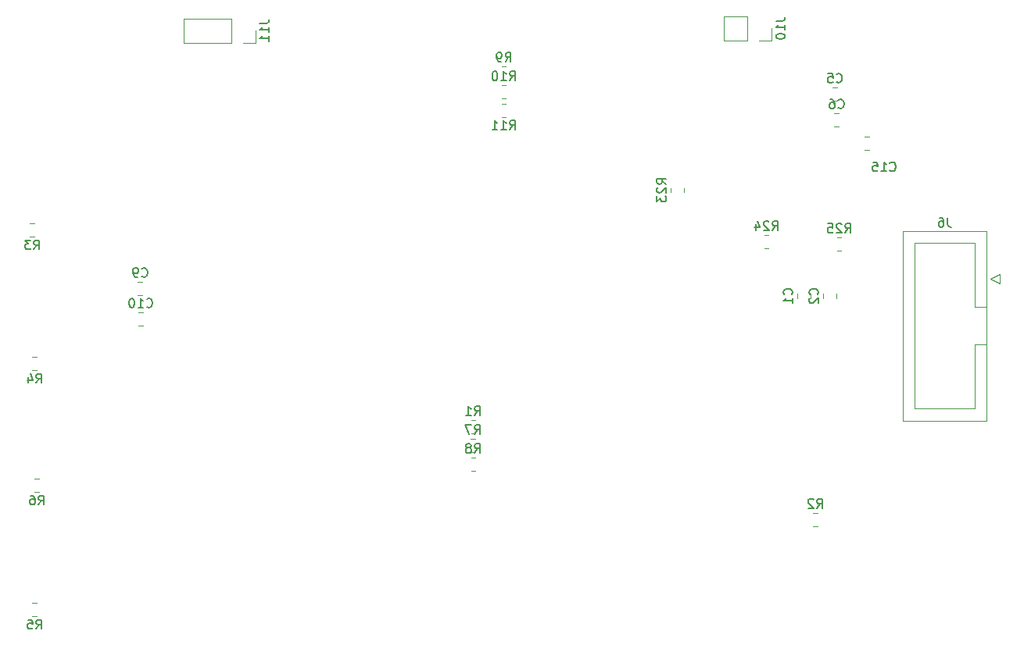
<source format=gbr>
%TF.GenerationSoftware,KiCad,Pcbnew,8.0.2*%
%TF.CreationDate,2025-02-26T22:38:59-05:00*%
%TF.ProjectId,MainPCB,4d61696e-5043-4422-9e6b-696361645f70,rev?*%
%TF.SameCoordinates,Original*%
%TF.FileFunction,Legend,Bot*%
%TF.FilePolarity,Positive*%
%FSLAX46Y46*%
G04 Gerber Fmt 4.6, Leading zero omitted, Abs format (unit mm)*
G04 Created by KiCad (PCBNEW 8.0.2) date 2025-02-26 22:38:59*
%MOMM*%
%LPD*%
G01*
G04 APERTURE LIST*
%ADD10C,0.150000*%
%ADD11C,0.120000*%
G04 APERTURE END LIST*
D10*
X137310857Y-89990819D02*
X137644190Y-89514628D01*
X137882285Y-89990819D02*
X137882285Y-88990819D01*
X137882285Y-88990819D02*
X137501333Y-88990819D01*
X137501333Y-88990819D02*
X137406095Y-89038438D01*
X137406095Y-89038438D02*
X137358476Y-89086057D01*
X137358476Y-89086057D02*
X137310857Y-89181295D01*
X137310857Y-89181295D02*
X137310857Y-89324152D01*
X137310857Y-89324152D02*
X137358476Y-89419390D01*
X137358476Y-89419390D02*
X137406095Y-89467009D01*
X137406095Y-89467009D02*
X137501333Y-89514628D01*
X137501333Y-89514628D02*
X137882285Y-89514628D01*
X136929904Y-89086057D02*
X136882285Y-89038438D01*
X136882285Y-89038438D02*
X136787047Y-88990819D01*
X136787047Y-88990819D02*
X136548952Y-88990819D01*
X136548952Y-88990819D02*
X136453714Y-89038438D01*
X136453714Y-89038438D02*
X136406095Y-89086057D01*
X136406095Y-89086057D02*
X136358476Y-89181295D01*
X136358476Y-89181295D02*
X136358476Y-89276533D01*
X136358476Y-89276533D02*
X136406095Y-89419390D01*
X136406095Y-89419390D02*
X136977523Y-89990819D01*
X136977523Y-89990819D02*
X136358476Y-89990819D01*
X135453714Y-88990819D02*
X135929904Y-88990819D01*
X135929904Y-88990819D02*
X135977523Y-89467009D01*
X135977523Y-89467009D02*
X135929904Y-89419390D01*
X135929904Y-89419390D02*
X135834666Y-89371771D01*
X135834666Y-89371771D02*
X135596571Y-89371771D01*
X135596571Y-89371771D02*
X135501333Y-89419390D01*
X135501333Y-89419390D02*
X135453714Y-89467009D01*
X135453714Y-89467009D02*
X135406095Y-89562247D01*
X135406095Y-89562247D02*
X135406095Y-89800342D01*
X135406095Y-89800342D02*
X135453714Y-89895580D01*
X135453714Y-89895580D02*
X135501333Y-89943200D01*
X135501333Y-89943200D02*
X135596571Y-89990819D01*
X135596571Y-89990819D02*
X135834666Y-89990819D01*
X135834666Y-89990819D02*
X135929904Y-89943200D01*
X135929904Y-89943200D02*
X135977523Y-89895580D01*
X129420857Y-89736819D02*
X129754190Y-89260628D01*
X129992285Y-89736819D02*
X129992285Y-88736819D01*
X129992285Y-88736819D02*
X129611333Y-88736819D01*
X129611333Y-88736819D02*
X129516095Y-88784438D01*
X129516095Y-88784438D02*
X129468476Y-88832057D01*
X129468476Y-88832057D02*
X129420857Y-88927295D01*
X129420857Y-88927295D02*
X129420857Y-89070152D01*
X129420857Y-89070152D02*
X129468476Y-89165390D01*
X129468476Y-89165390D02*
X129516095Y-89213009D01*
X129516095Y-89213009D02*
X129611333Y-89260628D01*
X129611333Y-89260628D02*
X129992285Y-89260628D01*
X129039904Y-88832057D02*
X128992285Y-88784438D01*
X128992285Y-88784438D02*
X128897047Y-88736819D01*
X128897047Y-88736819D02*
X128658952Y-88736819D01*
X128658952Y-88736819D02*
X128563714Y-88784438D01*
X128563714Y-88784438D02*
X128516095Y-88832057D01*
X128516095Y-88832057D02*
X128468476Y-88927295D01*
X128468476Y-88927295D02*
X128468476Y-89022533D01*
X128468476Y-89022533D02*
X128516095Y-89165390D01*
X128516095Y-89165390D02*
X129087523Y-89736819D01*
X129087523Y-89736819D02*
X128468476Y-89736819D01*
X127611333Y-89070152D02*
X127611333Y-89736819D01*
X127849428Y-88689200D02*
X128087523Y-89403485D01*
X128087523Y-89403485D02*
X127468476Y-89403485D01*
X117930819Y-84701142D02*
X117454628Y-84367809D01*
X117930819Y-84129714D02*
X116930819Y-84129714D01*
X116930819Y-84129714D02*
X116930819Y-84510666D01*
X116930819Y-84510666D02*
X116978438Y-84605904D01*
X116978438Y-84605904D02*
X117026057Y-84653523D01*
X117026057Y-84653523D02*
X117121295Y-84701142D01*
X117121295Y-84701142D02*
X117264152Y-84701142D01*
X117264152Y-84701142D02*
X117359390Y-84653523D01*
X117359390Y-84653523D02*
X117407009Y-84605904D01*
X117407009Y-84605904D02*
X117454628Y-84510666D01*
X117454628Y-84510666D02*
X117454628Y-84129714D01*
X117026057Y-85082095D02*
X116978438Y-85129714D01*
X116978438Y-85129714D02*
X116930819Y-85224952D01*
X116930819Y-85224952D02*
X116930819Y-85463047D01*
X116930819Y-85463047D02*
X116978438Y-85558285D01*
X116978438Y-85558285D02*
X117026057Y-85605904D01*
X117026057Y-85605904D02*
X117121295Y-85653523D01*
X117121295Y-85653523D02*
X117216533Y-85653523D01*
X117216533Y-85653523D02*
X117359390Y-85605904D01*
X117359390Y-85605904D02*
X117930819Y-85034476D01*
X117930819Y-85034476D02*
X117930819Y-85653523D01*
X116930819Y-85986857D02*
X116930819Y-86605904D01*
X116930819Y-86605904D02*
X117311771Y-86272571D01*
X117311771Y-86272571D02*
X117311771Y-86415428D01*
X117311771Y-86415428D02*
X117359390Y-86510666D01*
X117359390Y-86510666D02*
X117407009Y-86558285D01*
X117407009Y-86558285D02*
X117502247Y-86605904D01*
X117502247Y-86605904D02*
X117740342Y-86605904D01*
X117740342Y-86605904D02*
X117835580Y-86558285D01*
X117835580Y-86558285D02*
X117883200Y-86510666D01*
X117883200Y-86510666D02*
X117930819Y-86415428D01*
X117930819Y-86415428D02*
X117930819Y-86129714D01*
X117930819Y-86129714D02*
X117883200Y-86034476D01*
X117883200Y-86034476D02*
X117835580Y-85986857D01*
X142164857Y-83238580D02*
X142212476Y-83286200D01*
X142212476Y-83286200D02*
X142355333Y-83333819D01*
X142355333Y-83333819D02*
X142450571Y-83333819D01*
X142450571Y-83333819D02*
X142593428Y-83286200D01*
X142593428Y-83286200D02*
X142688666Y-83190961D01*
X142688666Y-83190961D02*
X142736285Y-83095723D01*
X142736285Y-83095723D02*
X142783904Y-82905247D01*
X142783904Y-82905247D02*
X142783904Y-82762390D01*
X142783904Y-82762390D02*
X142736285Y-82571914D01*
X142736285Y-82571914D02*
X142688666Y-82476676D01*
X142688666Y-82476676D02*
X142593428Y-82381438D01*
X142593428Y-82381438D02*
X142450571Y-82333819D01*
X142450571Y-82333819D02*
X142355333Y-82333819D01*
X142355333Y-82333819D02*
X142212476Y-82381438D01*
X142212476Y-82381438D02*
X142164857Y-82429057D01*
X141212476Y-83333819D02*
X141783904Y-83333819D01*
X141498190Y-83333819D02*
X141498190Y-82333819D01*
X141498190Y-82333819D02*
X141593428Y-82476676D01*
X141593428Y-82476676D02*
X141688666Y-82571914D01*
X141688666Y-82571914D02*
X141783904Y-82619533D01*
X140307714Y-82333819D02*
X140783904Y-82333819D01*
X140783904Y-82333819D02*
X140831523Y-82810009D01*
X140831523Y-82810009D02*
X140783904Y-82762390D01*
X140783904Y-82762390D02*
X140688666Y-82714771D01*
X140688666Y-82714771D02*
X140450571Y-82714771D01*
X140450571Y-82714771D02*
X140355333Y-82762390D01*
X140355333Y-82762390D02*
X140307714Y-82810009D01*
X140307714Y-82810009D02*
X140260095Y-82905247D01*
X140260095Y-82905247D02*
X140260095Y-83143342D01*
X140260095Y-83143342D02*
X140307714Y-83238580D01*
X140307714Y-83238580D02*
X140355333Y-83286200D01*
X140355333Y-83286200D02*
X140450571Y-83333819D01*
X140450571Y-83333819D02*
X140688666Y-83333819D01*
X140688666Y-83333819D02*
X140783904Y-83286200D01*
X140783904Y-83286200D02*
X140831523Y-83238580D01*
X134257166Y-119844819D02*
X134590499Y-119368628D01*
X134828594Y-119844819D02*
X134828594Y-118844819D01*
X134828594Y-118844819D02*
X134447642Y-118844819D01*
X134447642Y-118844819D02*
X134352404Y-118892438D01*
X134352404Y-118892438D02*
X134304785Y-118940057D01*
X134304785Y-118940057D02*
X134257166Y-119035295D01*
X134257166Y-119035295D02*
X134257166Y-119178152D01*
X134257166Y-119178152D02*
X134304785Y-119273390D01*
X134304785Y-119273390D02*
X134352404Y-119321009D01*
X134352404Y-119321009D02*
X134447642Y-119368628D01*
X134447642Y-119368628D02*
X134828594Y-119368628D01*
X133876213Y-118940057D02*
X133828594Y-118892438D01*
X133828594Y-118892438D02*
X133733356Y-118844819D01*
X133733356Y-118844819D02*
X133495261Y-118844819D01*
X133495261Y-118844819D02*
X133400023Y-118892438D01*
X133400023Y-118892438D02*
X133352404Y-118940057D01*
X133352404Y-118940057D02*
X133304785Y-119035295D01*
X133304785Y-119035295D02*
X133304785Y-119130533D01*
X133304785Y-119130533D02*
X133352404Y-119273390D01*
X133352404Y-119273390D02*
X133923832Y-119844819D01*
X133923832Y-119844819D02*
X133304785Y-119844819D01*
X100988857Y-78812819D02*
X101322190Y-78336628D01*
X101560285Y-78812819D02*
X101560285Y-77812819D01*
X101560285Y-77812819D02*
X101179333Y-77812819D01*
X101179333Y-77812819D02*
X101084095Y-77860438D01*
X101084095Y-77860438D02*
X101036476Y-77908057D01*
X101036476Y-77908057D02*
X100988857Y-78003295D01*
X100988857Y-78003295D02*
X100988857Y-78146152D01*
X100988857Y-78146152D02*
X101036476Y-78241390D01*
X101036476Y-78241390D02*
X101084095Y-78289009D01*
X101084095Y-78289009D02*
X101179333Y-78336628D01*
X101179333Y-78336628D02*
X101560285Y-78336628D01*
X100036476Y-78812819D02*
X100607904Y-78812819D01*
X100322190Y-78812819D02*
X100322190Y-77812819D01*
X100322190Y-77812819D02*
X100417428Y-77955676D01*
X100417428Y-77955676D02*
X100512666Y-78050914D01*
X100512666Y-78050914D02*
X100607904Y-78098533D01*
X99084095Y-78812819D02*
X99655523Y-78812819D01*
X99369809Y-78812819D02*
X99369809Y-77812819D01*
X99369809Y-77812819D02*
X99465047Y-77955676D01*
X99465047Y-77955676D02*
X99560285Y-78050914D01*
X99560285Y-78050914D02*
X99655523Y-78098533D01*
X49442666Y-91796819D02*
X49775999Y-91320628D01*
X50014094Y-91796819D02*
X50014094Y-90796819D01*
X50014094Y-90796819D02*
X49633142Y-90796819D01*
X49633142Y-90796819D02*
X49537904Y-90844438D01*
X49537904Y-90844438D02*
X49490285Y-90892057D01*
X49490285Y-90892057D02*
X49442666Y-90987295D01*
X49442666Y-90987295D02*
X49442666Y-91130152D01*
X49442666Y-91130152D02*
X49490285Y-91225390D01*
X49490285Y-91225390D02*
X49537904Y-91273009D01*
X49537904Y-91273009D02*
X49633142Y-91320628D01*
X49633142Y-91320628D02*
X50014094Y-91320628D01*
X49109332Y-90796819D02*
X48490285Y-90796819D01*
X48490285Y-90796819D02*
X48823618Y-91177771D01*
X48823618Y-91177771D02*
X48680761Y-91177771D01*
X48680761Y-91177771D02*
X48585523Y-91225390D01*
X48585523Y-91225390D02*
X48537904Y-91273009D01*
X48537904Y-91273009D02*
X48490285Y-91368247D01*
X48490285Y-91368247D02*
X48490285Y-91606342D01*
X48490285Y-91606342D02*
X48537904Y-91701580D01*
X48537904Y-91701580D02*
X48585523Y-91749200D01*
X48585523Y-91749200D02*
X48680761Y-91796819D01*
X48680761Y-91796819D02*
X48966475Y-91796819D01*
X48966475Y-91796819D02*
X49061713Y-91749200D01*
X49061713Y-91749200D02*
X49109332Y-91701580D01*
X97162666Y-111834819D02*
X97495999Y-111358628D01*
X97734094Y-111834819D02*
X97734094Y-110834819D01*
X97734094Y-110834819D02*
X97353142Y-110834819D01*
X97353142Y-110834819D02*
X97257904Y-110882438D01*
X97257904Y-110882438D02*
X97210285Y-110930057D01*
X97210285Y-110930057D02*
X97162666Y-111025295D01*
X97162666Y-111025295D02*
X97162666Y-111168152D01*
X97162666Y-111168152D02*
X97210285Y-111263390D01*
X97210285Y-111263390D02*
X97257904Y-111311009D01*
X97257904Y-111311009D02*
X97353142Y-111358628D01*
X97353142Y-111358628D02*
X97734094Y-111358628D01*
X96829332Y-110834819D02*
X96162666Y-110834819D01*
X96162666Y-110834819D02*
X96591237Y-111834819D01*
X61126666Y-94691580D02*
X61174285Y-94739200D01*
X61174285Y-94739200D02*
X61317142Y-94786819D01*
X61317142Y-94786819D02*
X61412380Y-94786819D01*
X61412380Y-94786819D02*
X61555237Y-94739200D01*
X61555237Y-94739200D02*
X61650475Y-94643961D01*
X61650475Y-94643961D02*
X61698094Y-94548723D01*
X61698094Y-94548723D02*
X61745713Y-94358247D01*
X61745713Y-94358247D02*
X61745713Y-94215390D01*
X61745713Y-94215390D02*
X61698094Y-94024914D01*
X61698094Y-94024914D02*
X61650475Y-93929676D01*
X61650475Y-93929676D02*
X61555237Y-93834438D01*
X61555237Y-93834438D02*
X61412380Y-93786819D01*
X61412380Y-93786819D02*
X61317142Y-93786819D01*
X61317142Y-93786819D02*
X61174285Y-93834438D01*
X61174285Y-93834438D02*
X61126666Y-93882057D01*
X60650475Y-94786819D02*
X60459999Y-94786819D01*
X60459999Y-94786819D02*
X60364761Y-94739200D01*
X60364761Y-94739200D02*
X60317142Y-94691580D01*
X60317142Y-94691580D02*
X60221904Y-94548723D01*
X60221904Y-94548723D02*
X60174285Y-94358247D01*
X60174285Y-94358247D02*
X60174285Y-93977295D01*
X60174285Y-93977295D02*
X60221904Y-93882057D01*
X60221904Y-93882057D02*
X60269523Y-93834438D01*
X60269523Y-93834438D02*
X60364761Y-93786819D01*
X60364761Y-93786819D02*
X60555237Y-93786819D01*
X60555237Y-93786819D02*
X60650475Y-93834438D01*
X60650475Y-93834438D02*
X60698094Y-93882057D01*
X60698094Y-93882057D02*
X60745713Y-93977295D01*
X60745713Y-93977295D02*
X60745713Y-94215390D01*
X60745713Y-94215390D02*
X60698094Y-94310628D01*
X60698094Y-94310628D02*
X60650475Y-94358247D01*
X60650475Y-94358247D02*
X60555237Y-94405866D01*
X60555237Y-94405866D02*
X60364761Y-94405866D01*
X60364761Y-94405866D02*
X60269523Y-94358247D01*
X60269523Y-94358247D02*
X60221904Y-94310628D01*
X60221904Y-94310628D02*
X60174285Y-94215390D01*
X136564666Y-76403580D02*
X136612285Y-76451200D01*
X136612285Y-76451200D02*
X136755142Y-76498819D01*
X136755142Y-76498819D02*
X136850380Y-76498819D01*
X136850380Y-76498819D02*
X136993237Y-76451200D01*
X136993237Y-76451200D02*
X137088475Y-76355961D01*
X137088475Y-76355961D02*
X137136094Y-76260723D01*
X137136094Y-76260723D02*
X137183713Y-76070247D01*
X137183713Y-76070247D02*
X137183713Y-75927390D01*
X137183713Y-75927390D02*
X137136094Y-75736914D01*
X137136094Y-75736914D02*
X137088475Y-75641676D01*
X137088475Y-75641676D02*
X136993237Y-75546438D01*
X136993237Y-75546438D02*
X136850380Y-75498819D01*
X136850380Y-75498819D02*
X136755142Y-75498819D01*
X136755142Y-75498819D02*
X136612285Y-75546438D01*
X136612285Y-75546438D02*
X136564666Y-75594057D01*
X135707523Y-75498819D02*
X135897999Y-75498819D01*
X135897999Y-75498819D02*
X135993237Y-75546438D01*
X135993237Y-75546438D02*
X136040856Y-75594057D01*
X136040856Y-75594057D02*
X136136094Y-75736914D01*
X136136094Y-75736914D02*
X136183713Y-75927390D01*
X136183713Y-75927390D02*
X136183713Y-76308342D01*
X136183713Y-76308342D02*
X136136094Y-76403580D01*
X136136094Y-76403580D02*
X136088475Y-76451200D01*
X136088475Y-76451200D02*
X135993237Y-76498819D01*
X135993237Y-76498819D02*
X135802761Y-76498819D01*
X135802761Y-76498819D02*
X135707523Y-76451200D01*
X135707523Y-76451200D02*
X135659904Y-76403580D01*
X135659904Y-76403580D02*
X135612285Y-76308342D01*
X135612285Y-76308342D02*
X135612285Y-76070247D01*
X135612285Y-76070247D02*
X135659904Y-75975009D01*
X135659904Y-75975009D02*
X135707523Y-75927390D01*
X135707523Y-75927390D02*
X135802761Y-75879771D01*
X135802761Y-75879771D02*
X135993237Y-75879771D01*
X135993237Y-75879771D02*
X136088475Y-75927390D01*
X136088475Y-75927390D02*
X136136094Y-75975009D01*
X136136094Y-75975009D02*
X136183713Y-76070247D01*
X49696666Y-106274819D02*
X50029999Y-105798628D01*
X50268094Y-106274819D02*
X50268094Y-105274819D01*
X50268094Y-105274819D02*
X49887142Y-105274819D01*
X49887142Y-105274819D02*
X49791904Y-105322438D01*
X49791904Y-105322438D02*
X49744285Y-105370057D01*
X49744285Y-105370057D02*
X49696666Y-105465295D01*
X49696666Y-105465295D02*
X49696666Y-105608152D01*
X49696666Y-105608152D02*
X49744285Y-105703390D01*
X49744285Y-105703390D02*
X49791904Y-105751009D01*
X49791904Y-105751009D02*
X49887142Y-105798628D01*
X49887142Y-105798628D02*
X50268094Y-105798628D01*
X48839523Y-105608152D02*
X48839523Y-106274819D01*
X49077618Y-105227200D02*
X49315713Y-105941485D01*
X49315713Y-105941485D02*
X48696666Y-105941485D01*
X97178666Y-113866819D02*
X97511999Y-113390628D01*
X97750094Y-113866819D02*
X97750094Y-112866819D01*
X97750094Y-112866819D02*
X97369142Y-112866819D01*
X97369142Y-112866819D02*
X97273904Y-112914438D01*
X97273904Y-112914438D02*
X97226285Y-112962057D01*
X97226285Y-112962057D02*
X97178666Y-113057295D01*
X97178666Y-113057295D02*
X97178666Y-113200152D01*
X97178666Y-113200152D02*
X97226285Y-113295390D01*
X97226285Y-113295390D02*
X97273904Y-113343009D01*
X97273904Y-113343009D02*
X97369142Y-113390628D01*
X97369142Y-113390628D02*
X97750094Y-113390628D01*
X96607237Y-113295390D02*
X96702475Y-113247771D01*
X96702475Y-113247771D02*
X96750094Y-113200152D01*
X96750094Y-113200152D02*
X96797713Y-113104914D01*
X96797713Y-113104914D02*
X96797713Y-113057295D01*
X96797713Y-113057295D02*
X96750094Y-112962057D01*
X96750094Y-112962057D02*
X96702475Y-112914438D01*
X96702475Y-112914438D02*
X96607237Y-112866819D01*
X96607237Y-112866819D02*
X96416761Y-112866819D01*
X96416761Y-112866819D02*
X96321523Y-112914438D01*
X96321523Y-112914438D02*
X96273904Y-112962057D01*
X96273904Y-112962057D02*
X96226285Y-113057295D01*
X96226285Y-113057295D02*
X96226285Y-113104914D01*
X96226285Y-113104914D02*
X96273904Y-113200152D01*
X96273904Y-113200152D02*
X96321523Y-113247771D01*
X96321523Y-113247771D02*
X96416761Y-113295390D01*
X96416761Y-113295390D02*
X96607237Y-113295390D01*
X96607237Y-113295390D02*
X96702475Y-113343009D01*
X96702475Y-113343009D02*
X96750094Y-113390628D01*
X96750094Y-113390628D02*
X96797713Y-113485866D01*
X96797713Y-113485866D02*
X96797713Y-113676342D01*
X96797713Y-113676342D02*
X96750094Y-113771580D01*
X96750094Y-113771580D02*
X96702475Y-113819200D01*
X96702475Y-113819200D02*
X96607237Y-113866819D01*
X96607237Y-113866819D02*
X96416761Y-113866819D01*
X96416761Y-113866819D02*
X96321523Y-113819200D01*
X96321523Y-113819200D02*
X96273904Y-113771580D01*
X96273904Y-113771580D02*
X96226285Y-113676342D01*
X96226285Y-113676342D02*
X96226285Y-113485866D01*
X96226285Y-113485866D02*
X96273904Y-113390628D01*
X96273904Y-113390628D02*
X96321523Y-113343009D01*
X96321523Y-113343009D02*
X96416761Y-113295390D01*
X73905819Y-67262476D02*
X74620104Y-67262476D01*
X74620104Y-67262476D02*
X74762961Y-67214857D01*
X74762961Y-67214857D02*
X74858200Y-67119619D01*
X74858200Y-67119619D02*
X74905819Y-66976762D01*
X74905819Y-66976762D02*
X74905819Y-66881524D01*
X74905819Y-68262476D02*
X74905819Y-67691048D01*
X74905819Y-67976762D02*
X73905819Y-67976762D01*
X73905819Y-67976762D02*
X74048676Y-67881524D01*
X74048676Y-67881524D02*
X74143914Y-67786286D01*
X74143914Y-67786286D02*
X74191533Y-67691048D01*
X74905819Y-69214857D02*
X74905819Y-68643429D01*
X74905819Y-68929143D02*
X73905819Y-68929143D01*
X73905819Y-68929143D02*
X74048676Y-68833905D01*
X74048676Y-68833905D02*
X74143914Y-68738667D01*
X74143914Y-68738667D02*
X74191533Y-68643429D01*
X131521580Y-96673333D02*
X131569200Y-96625714D01*
X131569200Y-96625714D02*
X131616819Y-96482857D01*
X131616819Y-96482857D02*
X131616819Y-96387619D01*
X131616819Y-96387619D02*
X131569200Y-96244762D01*
X131569200Y-96244762D02*
X131473961Y-96149524D01*
X131473961Y-96149524D02*
X131378723Y-96101905D01*
X131378723Y-96101905D02*
X131188247Y-96054286D01*
X131188247Y-96054286D02*
X131045390Y-96054286D01*
X131045390Y-96054286D02*
X130854914Y-96101905D01*
X130854914Y-96101905D02*
X130759676Y-96149524D01*
X130759676Y-96149524D02*
X130664438Y-96244762D01*
X130664438Y-96244762D02*
X130616819Y-96387619D01*
X130616819Y-96387619D02*
X130616819Y-96482857D01*
X130616819Y-96482857D02*
X130664438Y-96625714D01*
X130664438Y-96625714D02*
X130712057Y-96673333D01*
X131616819Y-97625714D02*
X131616819Y-97054286D01*
X131616819Y-97340000D02*
X130616819Y-97340000D01*
X130616819Y-97340000D02*
X130759676Y-97244762D01*
X130759676Y-97244762D02*
X130854914Y-97149524D01*
X130854914Y-97149524D02*
X130902533Y-97054286D01*
X49950666Y-119482819D02*
X50283999Y-119006628D01*
X50522094Y-119482819D02*
X50522094Y-118482819D01*
X50522094Y-118482819D02*
X50141142Y-118482819D01*
X50141142Y-118482819D02*
X50045904Y-118530438D01*
X50045904Y-118530438D02*
X49998285Y-118578057D01*
X49998285Y-118578057D02*
X49950666Y-118673295D01*
X49950666Y-118673295D02*
X49950666Y-118816152D01*
X49950666Y-118816152D02*
X49998285Y-118911390D01*
X49998285Y-118911390D02*
X50045904Y-118959009D01*
X50045904Y-118959009D02*
X50141142Y-119006628D01*
X50141142Y-119006628D02*
X50522094Y-119006628D01*
X49093523Y-118482819D02*
X49283999Y-118482819D01*
X49283999Y-118482819D02*
X49379237Y-118530438D01*
X49379237Y-118530438D02*
X49426856Y-118578057D01*
X49426856Y-118578057D02*
X49522094Y-118720914D01*
X49522094Y-118720914D02*
X49569713Y-118911390D01*
X49569713Y-118911390D02*
X49569713Y-119292342D01*
X49569713Y-119292342D02*
X49522094Y-119387580D01*
X49522094Y-119387580D02*
X49474475Y-119435200D01*
X49474475Y-119435200D02*
X49379237Y-119482819D01*
X49379237Y-119482819D02*
X49188761Y-119482819D01*
X49188761Y-119482819D02*
X49093523Y-119435200D01*
X49093523Y-119435200D02*
X49045904Y-119387580D01*
X49045904Y-119387580D02*
X48998285Y-119292342D01*
X48998285Y-119292342D02*
X48998285Y-119054247D01*
X48998285Y-119054247D02*
X49045904Y-118959009D01*
X49045904Y-118959009D02*
X49093523Y-118911390D01*
X49093523Y-118911390D02*
X49188761Y-118863771D01*
X49188761Y-118863771D02*
X49379237Y-118863771D01*
X49379237Y-118863771D02*
X49474475Y-118911390D01*
X49474475Y-118911390D02*
X49522094Y-118959009D01*
X49522094Y-118959009D02*
X49569713Y-119054247D01*
X129805819Y-67008476D02*
X130520104Y-67008476D01*
X130520104Y-67008476D02*
X130662961Y-66960857D01*
X130662961Y-66960857D02*
X130758200Y-66865619D01*
X130758200Y-66865619D02*
X130805819Y-66722762D01*
X130805819Y-66722762D02*
X130805819Y-66627524D01*
X130805819Y-68008476D02*
X130805819Y-67437048D01*
X130805819Y-67722762D02*
X129805819Y-67722762D01*
X129805819Y-67722762D02*
X129948676Y-67627524D01*
X129948676Y-67627524D02*
X130043914Y-67532286D01*
X130043914Y-67532286D02*
X130091533Y-67437048D01*
X129805819Y-68627524D02*
X129805819Y-68722762D01*
X129805819Y-68722762D02*
X129853438Y-68818000D01*
X129853438Y-68818000D02*
X129901057Y-68865619D01*
X129901057Y-68865619D02*
X129996295Y-68913238D01*
X129996295Y-68913238D02*
X130186771Y-68960857D01*
X130186771Y-68960857D02*
X130424866Y-68960857D01*
X130424866Y-68960857D02*
X130615342Y-68913238D01*
X130615342Y-68913238D02*
X130710580Y-68865619D01*
X130710580Y-68865619D02*
X130758200Y-68818000D01*
X130758200Y-68818000D02*
X130805819Y-68722762D01*
X130805819Y-68722762D02*
X130805819Y-68627524D01*
X130805819Y-68627524D02*
X130758200Y-68532286D01*
X130758200Y-68532286D02*
X130710580Y-68484667D01*
X130710580Y-68484667D02*
X130615342Y-68437048D01*
X130615342Y-68437048D02*
X130424866Y-68389429D01*
X130424866Y-68389429D02*
X130186771Y-68389429D01*
X130186771Y-68389429D02*
X129996295Y-68437048D01*
X129996295Y-68437048D02*
X129901057Y-68484667D01*
X129901057Y-68484667D02*
X129853438Y-68532286D01*
X129853438Y-68532286D02*
X129805819Y-68627524D01*
X100512666Y-71448819D02*
X100845999Y-70972628D01*
X101084094Y-71448819D02*
X101084094Y-70448819D01*
X101084094Y-70448819D02*
X100703142Y-70448819D01*
X100703142Y-70448819D02*
X100607904Y-70496438D01*
X100607904Y-70496438D02*
X100560285Y-70544057D01*
X100560285Y-70544057D02*
X100512666Y-70639295D01*
X100512666Y-70639295D02*
X100512666Y-70782152D01*
X100512666Y-70782152D02*
X100560285Y-70877390D01*
X100560285Y-70877390D02*
X100607904Y-70925009D01*
X100607904Y-70925009D02*
X100703142Y-70972628D01*
X100703142Y-70972628D02*
X101084094Y-70972628D01*
X100036475Y-71448819D02*
X99845999Y-71448819D01*
X99845999Y-71448819D02*
X99750761Y-71401200D01*
X99750761Y-71401200D02*
X99703142Y-71353580D01*
X99703142Y-71353580D02*
X99607904Y-71210723D01*
X99607904Y-71210723D02*
X99560285Y-71020247D01*
X99560285Y-71020247D02*
X99560285Y-70639295D01*
X99560285Y-70639295D02*
X99607904Y-70544057D01*
X99607904Y-70544057D02*
X99655523Y-70496438D01*
X99655523Y-70496438D02*
X99750761Y-70448819D01*
X99750761Y-70448819D02*
X99941237Y-70448819D01*
X99941237Y-70448819D02*
X100036475Y-70496438D01*
X100036475Y-70496438D02*
X100084094Y-70544057D01*
X100084094Y-70544057D02*
X100131713Y-70639295D01*
X100131713Y-70639295D02*
X100131713Y-70877390D01*
X100131713Y-70877390D02*
X100084094Y-70972628D01*
X100084094Y-70972628D02*
X100036475Y-71020247D01*
X100036475Y-71020247D02*
X99941237Y-71067866D01*
X99941237Y-71067866D02*
X99750761Y-71067866D01*
X99750761Y-71067866D02*
X99655523Y-71020247D01*
X99655523Y-71020247D02*
X99607904Y-70972628D01*
X99607904Y-70972628D02*
X99560285Y-70877390D01*
X136376666Y-73609580D02*
X136424285Y-73657200D01*
X136424285Y-73657200D02*
X136567142Y-73704819D01*
X136567142Y-73704819D02*
X136662380Y-73704819D01*
X136662380Y-73704819D02*
X136805237Y-73657200D01*
X136805237Y-73657200D02*
X136900475Y-73561961D01*
X136900475Y-73561961D02*
X136948094Y-73466723D01*
X136948094Y-73466723D02*
X136995713Y-73276247D01*
X136995713Y-73276247D02*
X136995713Y-73133390D01*
X136995713Y-73133390D02*
X136948094Y-72942914D01*
X136948094Y-72942914D02*
X136900475Y-72847676D01*
X136900475Y-72847676D02*
X136805237Y-72752438D01*
X136805237Y-72752438D02*
X136662380Y-72704819D01*
X136662380Y-72704819D02*
X136567142Y-72704819D01*
X136567142Y-72704819D02*
X136424285Y-72752438D01*
X136424285Y-72752438D02*
X136376666Y-72800057D01*
X135471904Y-72704819D02*
X135948094Y-72704819D01*
X135948094Y-72704819D02*
X135995713Y-73181009D01*
X135995713Y-73181009D02*
X135948094Y-73133390D01*
X135948094Y-73133390D02*
X135852856Y-73085771D01*
X135852856Y-73085771D02*
X135614761Y-73085771D01*
X135614761Y-73085771D02*
X135519523Y-73133390D01*
X135519523Y-73133390D02*
X135471904Y-73181009D01*
X135471904Y-73181009D02*
X135424285Y-73276247D01*
X135424285Y-73276247D02*
X135424285Y-73514342D01*
X135424285Y-73514342D02*
X135471904Y-73609580D01*
X135471904Y-73609580D02*
X135519523Y-73657200D01*
X135519523Y-73657200D02*
X135614761Y-73704819D01*
X135614761Y-73704819D02*
X135852856Y-73704819D01*
X135852856Y-73704819D02*
X135948094Y-73657200D01*
X135948094Y-73657200D02*
X135995713Y-73609580D01*
X49696666Y-132944819D02*
X50029999Y-132468628D01*
X50268094Y-132944819D02*
X50268094Y-131944819D01*
X50268094Y-131944819D02*
X49887142Y-131944819D01*
X49887142Y-131944819D02*
X49791904Y-131992438D01*
X49791904Y-131992438D02*
X49744285Y-132040057D01*
X49744285Y-132040057D02*
X49696666Y-132135295D01*
X49696666Y-132135295D02*
X49696666Y-132278152D01*
X49696666Y-132278152D02*
X49744285Y-132373390D01*
X49744285Y-132373390D02*
X49791904Y-132421009D01*
X49791904Y-132421009D02*
X49887142Y-132468628D01*
X49887142Y-132468628D02*
X50268094Y-132468628D01*
X48791904Y-131944819D02*
X49268094Y-131944819D01*
X49268094Y-131944819D02*
X49315713Y-132421009D01*
X49315713Y-132421009D02*
X49268094Y-132373390D01*
X49268094Y-132373390D02*
X49172856Y-132325771D01*
X49172856Y-132325771D02*
X48934761Y-132325771D01*
X48934761Y-132325771D02*
X48839523Y-132373390D01*
X48839523Y-132373390D02*
X48791904Y-132421009D01*
X48791904Y-132421009D02*
X48744285Y-132516247D01*
X48744285Y-132516247D02*
X48744285Y-132754342D01*
X48744285Y-132754342D02*
X48791904Y-132849580D01*
X48791904Y-132849580D02*
X48839523Y-132897200D01*
X48839523Y-132897200D02*
X48934761Y-132944819D01*
X48934761Y-132944819D02*
X49172856Y-132944819D01*
X49172856Y-132944819D02*
X49268094Y-132897200D01*
X49268094Y-132897200D02*
X49315713Y-132849580D01*
X134315580Y-96673333D02*
X134363200Y-96625714D01*
X134363200Y-96625714D02*
X134410819Y-96482857D01*
X134410819Y-96482857D02*
X134410819Y-96387619D01*
X134410819Y-96387619D02*
X134363200Y-96244762D01*
X134363200Y-96244762D02*
X134267961Y-96149524D01*
X134267961Y-96149524D02*
X134172723Y-96101905D01*
X134172723Y-96101905D02*
X133982247Y-96054286D01*
X133982247Y-96054286D02*
X133839390Y-96054286D01*
X133839390Y-96054286D02*
X133648914Y-96101905D01*
X133648914Y-96101905D02*
X133553676Y-96149524D01*
X133553676Y-96149524D02*
X133458438Y-96244762D01*
X133458438Y-96244762D02*
X133410819Y-96387619D01*
X133410819Y-96387619D02*
X133410819Y-96482857D01*
X133410819Y-96482857D02*
X133458438Y-96625714D01*
X133458438Y-96625714D02*
X133506057Y-96673333D01*
X133506057Y-97054286D02*
X133458438Y-97101905D01*
X133458438Y-97101905D02*
X133410819Y-97197143D01*
X133410819Y-97197143D02*
X133410819Y-97435238D01*
X133410819Y-97435238D02*
X133458438Y-97530476D01*
X133458438Y-97530476D02*
X133506057Y-97578095D01*
X133506057Y-97578095D02*
X133601295Y-97625714D01*
X133601295Y-97625714D02*
X133696533Y-97625714D01*
X133696533Y-97625714D02*
X133839390Y-97578095D01*
X133839390Y-97578095D02*
X134410819Y-97006667D01*
X134410819Y-97006667D02*
X134410819Y-97625714D01*
X100988857Y-73480819D02*
X101322190Y-73004628D01*
X101560285Y-73480819D02*
X101560285Y-72480819D01*
X101560285Y-72480819D02*
X101179333Y-72480819D01*
X101179333Y-72480819D02*
X101084095Y-72528438D01*
X101084095Y-72528438D02*
X101036476Y-72576057D01*
X101036476Y-72576057D02*
X100988857Y-72671295D01*
X100988857Y-72671295D02*
X100988857Y-72814152D01*
X100988857Y-72814152D02*
X101036476Y-72909390D01*
X101036476Y-72909390D02*
X101084095Y-72957009D01*
X101084095Y-72957009D02*
X101179333Y-73004628D01*
X101179333Y-73004628D02*
X101560285Y-73004628D01*
X100036476Y-73480819D02*
X100607904Y-73480819D01*
X100322190Y-73480819D02*
X100322190Y-72480819D01*
X100322190Y-72480819D02*
X100417428Y-72623676D01*
X100417428Y-72623676D02*
X100512666Y-72718914D01*
X100512666Y-72718914D02*
X100607904Y-72766533D01*
X99417428Y-72480819D02*
X99322190Y-72480819D01*
X99322190Y-72480819D02*
X99226952Y-72528438D01*
X99226952Y-72528438D02*
X99179333Y-72576057D01*
X99179333Y-72576057D02*
X99131714Y-72671295D01*
X99131714Y-72671295D02*
X99084095Y-72861771D01*
X99084095Y-72861771D02*
X99084095Y-73099866D01*
X99084095Y-73099866D02*
X99131714Y-73290342D01*
X99131714Y-73290342D02*
X99179333Y-73385580D01*
X99179333Y-73385580D02*
X99226952Y-73433200D01*
X99226952Y-73433200D02*
X99322190Y-73480819D01*
X99322190Y-73480819D02*
X99417428Y-73480819D01*
X99417428Y-73480819D02*
X99512666Y-73433200D01*
X99512666Y-73433200D02*
X99560285Y-73385580D01*
X99560285Y-73385580D02*
X99607904Y-73290342D01*
X99607904Y-73290342D02*
X99655523Y-73099866D01*
X99655523Y-73099866D02*
X99655523Y-72861771D01*
X99655523Y-72861771D02*
X99607904Y-72671295D01*
X99607904Y-72671295D02*
X99560285Y-72576057D01*
X99560285Y-72576057D02*
X99512666Y-72528438D01*
X99512666Y-72528438D02*
X99417428Y-72480819D01*
X61668857Y-97993580D02*
X61716476Y-98041200D01*
X61716476Y-98041200D02*
X61859333Y-98088819D01*
X61859333Y-98088819D02*
X61954571Y-98088819D01*
X61954571Y-98088819D02*
X62097428Y-98041200D01*
X62097428Y-98041200D02*
X62192666Y-97945961D01*
X62192666Y-97945961D02*
X62240285Y-97850723D01*
X62240285Y-97850723D02*
X62287904Y-97660247D01*
X62287904Y-97660247D02*
X62287904Y-97517390D01*
X62287904Y-97517390D02*
X62240285Y-97326914D01*
X62240285Y-97326914D02*
X62192666Y-97231676D01*
X62192666Y-97231676D02*
X62097428Y-97136438D01*
X62097428Y-97136438D02*
X61954571Y-97088819D01*
X61954571Y-97088819D02*
X61859333Y-97088819D01*
X61859333Y-97088819D02*
X61716476Y-97136438D01*
X61716476Y-97136438D02*
X61668857Y-97184057D01*
X60716476Y-98088819D02*
X61287904Y-98088819D01*
X61002190Y-98088819D02*
X61002190Y-97088819D01*
X61002190Y-97088819D02*
X61097428Y-97231676D01*
X61097428Y-97231676D02*
X61192666Y-97326914D01*
X61192666Y-97326914D02*
X61287904Y-97374533D01*
X60097428Y-97088819D02*
X60002190Y-97088819D01*
X60002190Y-97088819D02*
X59906952Y-97136438D01*
X59906952Y-97136438D02*
X59859333Y-97184057D01*
X59859333Y-97184057D02*
X59811714Y-97279295D01*
X59811714Y-97279295D02*
X59764095Y-97469771D01*
X59764095Y-97469771D02*
X59764095Y-97707866D01*
X59764095Y-97707866D02*
X59811714Y-97898342D01*
X59811714Y-97898342D02*
X59859333Y-97993580D01*
X59859333Y-97993580D02*
X59906952Y-98041200D01*
X59906952Y-98041200D02*
X60002190Y-98088819D01*
X60002190Y-98088819D02*
X60097428Y-98088819D01*
X60097428Y-98088819D02*
X60192666Y-98041200D01*
X60192666Y-98041200D02*
X60240285Y-97993580D01*
X60240285Y-97993580D02*
X60287904Y-97898342D01*
X60287904Y-97898342D02*
X60335523Y-97707866D01*
X60335523Y-97707866D02*
X60335523Y-97469771D01*
X60335523Y-97469771D02*
X60287904Y-97279295D01*
X60287904Y-97279295D02*
X60240285Y-97184057D01*
X60240285Y-97184057D02*
X60192666Y-97136438D01*
X60192666Y-97136438D02*
X60097428Y-97088819D01*
X148415333Y-88350819D02*
X148415333Y-89065104D01*
X148415333Y-89065104D02*
X148462952Y-89207961D01*
X148462952Y-89207961D02*
X148558190Y-89303200D01*
X148558190Y-89303200D02*
X148701047Y-89350819D01*
X148701047Y-89350819D02*
X148796285Y-89350819D01*
X147510571Y-88350819D02*
X147701047Y-88350819D01*
X147701047Y-88350819D02*
X147796285Y-88398438D01*
X147796285Y-88398438D02*
X147843904Y-88446057D01*
X147843904Y-88446057D02*
X147939142Y-88588914D01*
X147939142Y-88588914D02*
X147986761Y-88779390D01*
X147986761Y-88779390D02*
X147986761Y-89160342D01*
X147986761Y-89160342D02*
X147939142Y-89255580D01*
X147939142Y-89255580D02*
X147891523Y-89303200D01*
X147891523Y-89303200D02*
X147796285Y-89350819D01*
X147796285Y-89350819D02*
X147605809Y-89350819D01*
X147605809Y-89350819D02*
X147510571Y-89303200D01*
X147510571Y-89303200D02*
X147462952Y-89255580D01*
X147462952Y-89255580D02*
X147415333Y-89160342D01*
X147415333Y-89160342D02*
X147415333Y-88922247D01*
X147415333Y-88922247D02*
X147462952Y-88827009D01*
X147462952Y-88827009D02*
X147510571Y-88779390D01*
X147510571Y-88779390D02*
X147605809Y-88731771D01*
X147605809Y-88731771D02*
X147796285Y-88731771D01*
X147796285Y-88731771D02*
X147891523Y-88779390D01*
X147891523Y-88779390D02*
X147939142Y-88827009D01*
X147939142Y-88827009D02*
X147986761Y-88922247D01*
X97178666Y-109802819D02*
X97511999Y-109326628D01*
X97750094Y-109802819D02*
X97750094Y-108802819D01*
X97750094Y-108802819D02*
X97369142Y-108802819D01*
X97369142Y-108802819D02*
X97273904Y-108850438D01*
X97273904Y-108850438D02*
X97226285Y-108898057D01*
X97226285Y-108898057D02*
X97178666Y-108993295D01*
X97178666Y-108993295D02*
X97178666Y-109136152D01*
X97178666Y-109136152D02*
X97226285Y-109231390D01*
X97226285Y-109231390D02*
X97273904Y-109279009D01*
X97273904Y-109279009D02*
X97369142Y-109326628D01*
X97369142Y-109326628D02*
X97750094Y-109326628D01*
X96226285Y-109802819D02*
X96797713Y-109802819D01*
X96511999Y-109802819D02*
X96511999Y-108802819D01*
X96511999Y-108802819D02*
X96607237Y-108945676D01*
X96607237Y-108945676D02*
X96702475Y-109040914D01*
X96702475Y-109040914D02*
X96797713Y-109088533D01*
D11*
%TO.C,R25*%
X136440936Y-90451000D02*
X136895064Y-90451000D01*
X136440936Y-91921000D02*
X136895064Y-91921000D01*
%TO.C,R24*%
X128550936Y-90197000D02*
X129005064Y-90197000D01*
X128550936Y-91667000D02*
X129005064Y-91667000D01*
%TO.C,R23*%
X118391000Y-85571064D02*
X118391000Y-85116936D01*
X119861000Y-85571064D02*
X119861000Y-85116936D01*
%TO.C,C15*%
X139961252Y-80999000D02*
X139438748Y-80999000D01*
X139961252Y-79529000D02*
X139438748Y-79529000D01*
%TO.C,R2*%
X133829248Y-120335000D02*
X134351752Y-120335000D01*
X133829248Y-121805000D02*
X134351752Y-121805000D01*
%TO.C,R11*%
X100573064Y-75973000D02*
X100118936Y-75973000D01*
X100573064Y-77443000D02*
X100118936Y-77443000D01*
%TO.C,R3*%
X49537252Y-88927000D02*
X49014748Y-88927000D01*
X49537252Y-90397000D02*
X49014748Y-90397000D01*
%TO.C,R7*%
X96768936Y-112295000D02*
X97223064Y-112295000D01*
X96768936Y-113765000D02*
X97223064Y-113765000D01*
%TO.C,C9*%
X60698748Y-95277000D02*
X61221252Y-95277000D01*
X60698748Y-96747000D02*
X61221252Y-96747000D01*
%TO.C,C6*%
X136136748Y-76989000D02*
X136659252Y-76989000D01*
X136136748Y-78459000D02*
X136659252Y-78459000D01*
%TO.C,R4*%
X49791252Y-103405000D02*
X49268748Y-103405000D01*
X49791252Y-104875000D02*
X49268748Y-104875000D01*
%TO.C,R8*%
X96784936Y-114327000D02*
X97239064Y-114327000D01*
X96784936Y-115797000D02*
X97239064Y-115797000D01*
%TO.C,J11*%
X65711000Y-66742000D02*
X65711000Y-69402000D01*
X65711000Y-66742000D02*
X70851000Y-66742000D01*
X65711000Y-69402000D02*
X70851000Y-69402000D01*
X70851000Y-66742000D02*
X70851000Y-69402000D01*
X73451000Y-68072000D02*
X73451000Y-69402000D01*
X73451000Y-69402000D02*
X72121000Y-69402000D01*
%TO.C,C1*%
X132107000Y-97101252D02*
X132107000Y-96578748D01*
X133577000Y-97101252D02*
X133577000Y-96578748D01*
%TO.C,R6*%
X50045252Y-116613000D02*
X49522748Y-116613000D01*
X50045252Y-118083000D02*
X49522748Y-118083000D01*
%TO.C,J10*%
X124151000Y-66488000D02*
X124151000Y-69148000D01*
X124151000Y-66488000D02*
X126751000Y-66488000D01*
X124151000Y-69148000D02*
X126751000Y-69148000D01*
X126751000Y-66488000D02*
X126751000Y-69148000D01*
X129351000Y-67818000D02*
X129351000Y-69148000D01*
X129351000Y-69148000D02*
X128021000Y-69148000D01*
%TO.C,R9*%
X100118936Y-73379000D02*
X100573064Y-73379000D01*
X100118936Y-71909000D02*
X100573064Y-71909000D01*
%TO.C,C5*%
X135948748Y-74195000D02*
X136471252Y-74195000D01*
X135948748Y-75665000D02*
X136471252Y-75665000D01*
%TO.C,R5*%
X49791252Y-130075000D02*
X49268748Y-130075000D01*
X49791252Y-131545000D02*
X49268748Y-131545000D01*
%TO.C,C2*%
X134901000Y-97101252D02*
X134901000Y-96578748D01*
X136371000Y-97101252D02*
X136371000Y-96578748D01*
%TO.C,R10*%
X100118936Y-73941000D02*
X100573064Y-73941000D01*
X100118936Y-75411000D02*
X100573064Y-75411000D01*
%TO.C,C10*%
X60764748Y-98579000D02*
X61287252Y-98579000D01*
X60764748Y-100049000D02*
X61287252Y-100049000D01*
%TO.C,J6*%
X143522000Y-89786000D02*
X152642000Y-89786000D01*
X143522000Y-110366000D02*
X143522000Y-89786000D01*
X144832000Y-91086000D02*
X151332000Y-91086000D01*
X144832000Y-109066000D02*
X144832000Y-91086000D01*
X151332000Y-91086000D02*
X151332000Y-98026000D01*
X151332000Y-98026000D02*
X152642000Y-98026000D01*
X151332000Y-102126000D02*
X151332000Y-102126000D01*
X151332000Y-102126000D02*
X151332000Y-109066000D01*
X151332000Y-109066000D02*
X144832000Y-109066000D01*
X152642000Y-89786000D02*
X152642000Y-110366000D01*
X152642000Y-102126000D02*
X151332000Y-102126000D01*
X152642000Y-110366000D02*
X143522000Y-110366000D01*
X153032000Y-94996000D02*
X154032000Y-95496000D01*
X154032000Y-94496000D02*
X153032000Y-94996000D01*
X154032000Y-95496000D02*
X154032000Y-94496000D01*
%TO.C,R1*%
X96784936Y-110263000D02*
X97239064Y-110263000D01*
X96784936Y-111733000D02*
X97239064Y-111733000D01*
%TD*%
M02*

</source>
